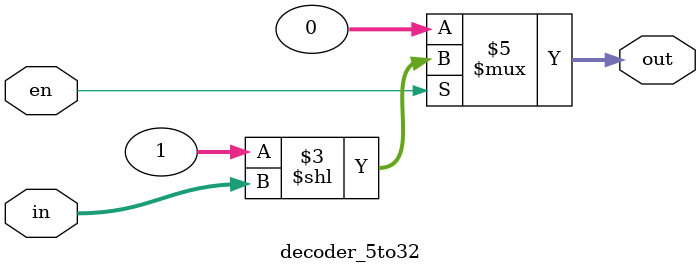
<source format=v>
module decoder_5to32(out, in, en);
	input [4:0]in;
	input en;
	output reg [31:0] out;
	always @(*) begin
		if (~en)
			out = 32'h00000000;
		else
			out = 32'h00000001 << in;
		end
endmodule

</source>
